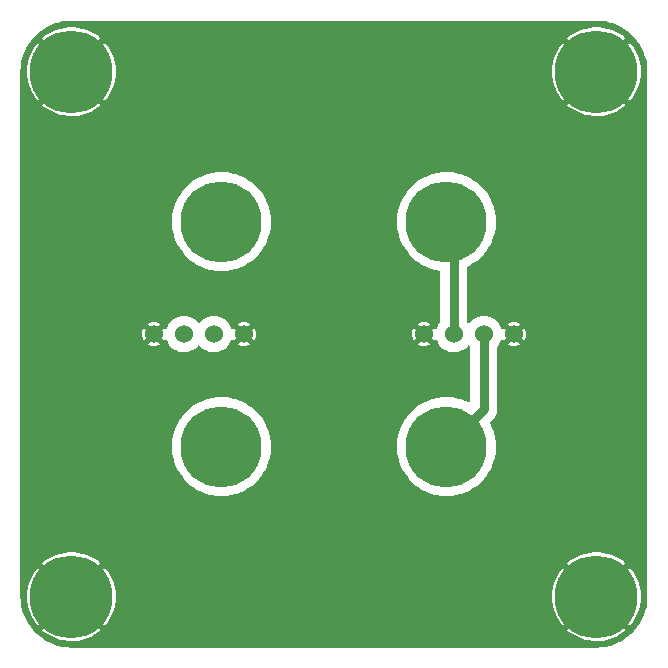
<source format=gbr>
%TF.GenerationSoftware,KiCad,Pcbnew,(5.99.0-12181-g5e8b23af64)*%
%TF.CreationDate,2021-09-04T21:12:43-05:00*%
%TF.ProjectId,banana-base-board,62616e61-6e61-42d6-9261-73652d626f61,rev?*%
%TF.SameCoordinates,Original*%
%TF.FileFunction,Copper,L3,Inr*%
%TF.FilePolarity,Positive*%
%FSLAX46Y46*%
G04 Gerber Fmt 4.6, Leading zero omitted, Abs format (unit mm)*
G04 Created by KiCad (PCBNEW (5.99.0-12181-g5e8b23af64)) date 2021-09-04 21:12:43*
%MOMM*%
%LPD*%
G01*
G04 APERTURE LIST*
%TA.AperFunction,ComponentPad*%
%ADD10C,6.858000*%
%TD*%
%TA.AperFunction,ComponentPad*%
%ADD11C,1.524000*%
%TD*%
%TA.AperFunction,ComponentPad*%
%ADD12C,7.000000*%
%TD*%
%TA.AperFunction,ViaPad*%
%ADD13C,0.800000*%
%TD*%
%TA.AperFunction,Conductor*%
%ADD14C,0.762000*%
%TD*%
G04 APERTURE END LIST*
D10*
%TO.N,Net-(H4-Pad1)*%
%TO.C,H4*%
X146050000Y-88900000D03*
%TD*%
%TO.N,Net-(H3-Pad1)*%
%TO.C,H3*%
X127000000Y-88900000D03*
%TD*%
D11*
%TO.N,Net-(H6-Pad1)*%
%TO.C,REF\u002A\u002A*%
X144145000Y-79375000D03*
X151765000Y-79375000D03*
%TO.N,Net-(H2-Pad1)*%
X146685000Y-79375000D03*
%TO.N,Net-(H4-Pad1)*%
X149225000Y-79375000D03*
%TD*%
D12*
%TO.N,Net-(H6-Pad1)*%
%TO.C,H8*%
X158750000Y-101600000D03*
%TD*%
D10*
%TO.N,Net-(H2-Pad1)*%
%TO.C,H2*%
X146050000Y-69850000D03*
%TD*%
D12*
%TO.N,Net-(H6-Pad1)*%
%TO.C,H7*%
X158750000Y-57150000D03*
%TD*%
%TO.N,Net-(H6-Pad1)*%
%TO.C,H9*%
X114300000Y-57150000D03*
%TD*%
D10*
%TO.N,Net-(H1-Pad1)*%
%TO.C,H1*%
X127000000Y-69850000D03*
%TD*%
D12*
%TO.N,Net-(H6-Pad1)*%
%TO.C,H6*%
X114300000Y-101600000D03*
%TD*%
D11*
%TO.N,Net-(H6-Pad1)*%
%TO.C,REF\u002A\u002A*%
X128905000Y-79375000D03*
X121285000Y-79375000D03*
%TO.N,Net-(H3-Pad1)*%
X123825000Y-79375000D03*
%TO.N,Net-(H1-Pad1)*%
X126365000Y-79375000D03*
%TD*%
D13*
%TO.N,Net-(H6-Pad1)*%
X146050000Y-99695000D03*
X119380000Y-99695000D03*
X127000000Y-55245000D03*
X158750000Y-64135000D03*
X160655000Y-77470000D03*
X112395000Y-73660000D03*
X132715000Y-101600000D03*
X130810000Y-99695000D03*
X151765000Y-57150000D03*
X149860000Y-103505000D03*
X112395000Y-88900000D03*
X114300000Y-67945000D03*
X125095000Y-101600000D03*
X112395000Y-85090000D03*
X160655000Y-69850000D03*
X156845000Y-66040000D03*
X114300000Y-79375000D03*
X158750000Y-67945000D03*
X156845000Y-96520000D03*
X112395000Y-92710000D03*
X134620000Y-55245000D03*
X142240000Y-103505000D03*
X160655000Y-66040000D03*
X147955000Y-101600000D03*
X136525000Y-101600000D03*
X127000000Y-59055000D03*
X119380000Y-55245000D03*
X114300000Y-71755000D03*
X121285000Y-57150000D03*
X125095000Y-57150000D03*
X158750000Y-83185000D03*
X156845000Y-69850000D03*
X114300000Y-86995000D03*
X116205000Y-85090000D03*
X160655000Y-85090000D03*
X156845000Y-81280000D03*
X123190000Y-59055000D03*
X138430000Y-59055000D03*
X160655000Y-81280000D03*
X160655000Y-88900000D03*
X158750000Y-90805000D03*
X114300000Y-75565000D03*
X144145000Y-101600000D03*
X158750000Y-71755000D03*
X116205000Y-96520000D03*
X160655000Y-62230000D03*
X146050000Y-103505000D03*
X160655000Y-73660000D03*
X116205000Y-73660000D03*
X140335000Y-101600000D03*
X123190000Y-99695000D03*
X156845000Y-77470000D03*
X132715000Y-57150000D03*
X146050000Y-55245000D03*
X116205000Y-66040000D03*
X153670000Y-99695000D03*
X151765000Y-101600000D03*
X158750000Y-86995000D03*
X123190000Y-103505000D03*
X128905000Y-57150000D03*
X116205000Y-81280000D03*
X112395000Y-62230000D03*
X116205000Y-92710000D03*
X114300000Y-83185000D03*
X136525000Y-57150000D03*
X112395000Y-66040000D03*
X119380000Y-59055000D03*
X156845000Y-62230000D03*
X158750000Y-75565000D03*
X121285000Y-101600000D03*
X138430000Y-103505000D03*
X138430000Y-99695000D03*
X112395000Y-69850000D03*
X147955000Y-57150000D03*
X149860000Y-99695000D03*
X156845000Y-85090000D03*
X149860000Y-59055000D03*
X134620000Y-103505000D03*
X134620000Y-59055000D03*
X158750000Y-94615000D03*
X158750000Y-79375000D03*
X128905000Y-101600000D03*
X156845000Y-92710000D03*
X130810000Y-55245000D03*
X138430000Y-55245000D03*
X116205000Y-77470000D03*
X142240000Y-59055000D03*
X127000000Y-99695000D03*
X123190000Y-55245000D03*
X130810000Y-59055000D03*
X156845000Y-73660000D03*
X160655000Y-96520000D03*
X127000000Y-103505000D03*
X119380000Y-103505000D03*
X149860000Y-55245000D03*
X153670000Y-55245000D03*
X146050000Y-59055000D03*
X142240000Y-99695000D03*
X153670000Y-59055000D03*
X114300000Y-64135000D03*
X112395000Y-81280000D03*
X140335000Y-57150000D03*
X134620000Y-99695000D03*
X114300000Y-94615000D03*
X142240000Y-55245000D03*
X130810000Y-103505000D03*
X116205000Y-62230000D03*
X116205000Y-88900000D03*
X153670000Y-103505000D03*
X116205000Y-69850000D03*
X112395000Y-77470000D03*
X112395000Y-96520000D03*
X144145000Y-57150000D03*
X160655000Y-92710000D03*
X156845000Y-88900000D03*
X114300000Y-90805000D03*
%TD*%
D14*
%TO.N,Net-(H2-Pad1)*%
X146685000Y-70485000D02*
X146050000Y-69850000D01*
X146685000Y-79375000D02*
X146685000Y-70485000D01*
%TO.N,Net-(H4-Pad1)*%
X149225000Y-79375000D02*
X149225000Y-85725000D01*
X149225000Y-85725000D02*
X146050000Y-88900000D01*
%TD*%
%TA.AperFunction,Conductor*%
%TO.N,Net-(H6-Pad1)*%
G36*
X158709570Y-52832992D02*
G01*
X158739293Y-52836747D01*
X158766589Y-52834071D01*
X158784690Y-52833604D01*
X159142596Y-52850151D01*
X159154185Y-52851225D01*
X159537666Y-52904718D01*
X159549106Y-52906857D01*
X159926015Y-52995505D01*
X159937191Y-52998685D01*
X160120759Y-53060211D01*
X160304317Y-53121734D01*
X160315169Y-53125938D01*
X160669373Y-53282334D01*
X160679791Y-53287522D01*
X161018039Y-53475925D01*
X161027933Y-53482050D01*
X161069048Y-53510215D01*
X161347370Y-53700870D01*
X161356658Y-53707884D01*
X161654542Y-53955244D01*
X161663142Y-53963085D01*
X161936915Y-54236858D01*
X161944756Y-54245458D01*
X162192116Y-54543342D01*
X162199130Y-54552630D01*
X162417949Y-54872066D01*
X162424074Y-54881959D01*
X162483514Y-54988675D01*
X162612478Y-55220209D01*
X162617666Y-55230627D01*
X162774062Y-55584831D01*
X162778266Y-55595683D01*
X162901312Y-55962800D01*
X162904495Y-55973985D01*
X162916016Y-56022970D01*
X162993143Y-56350894D01*
X162995282Y-56362334D01*
X163048775Y-56745815D01*
X163049849Y-56757404D01*
X163065865Y-57103814D01*
X163065005Y-57125425D01*
X163063253Y-57139293D01*
X163065242Y-57159580D01*
X163067399Y-57181577D01*
X163068000Y-57193872D01*
X163068000Y-101543792D01*
X163067008Y-101559570D01*
X163063253Y-101589293D01*
X163065929Y-101616589D01*
X163066396Y-101634690D01*
X163051189Y-101963605D01*
X163049849Y-101992596D01*
X163048775Y-102004185D01*
X162995282Y-102387666D01*
X162993143Y-102399106D01*
X162911560Y-102745978D01*
X162904497Y-102776006D01*
X162901312Y-102787200D01*
X162778266Y-103154317D01*
X162774062Y-103165169D01*
X162617666Y-103519373D01*
X162612478Y-103529791D01*
X162441163Y-103837361D01*
X162424075Y-103868039D01*
X162417949Y-103877934D01*
X162199130Y-104197370D01*
X162192116Y-104206658D01*
X161944756Y-104504542D01*
X161936915Y-104513142D01*
X161663142Y-104786915D01*
X161654542Y-104794756D01*
X161356658Y-105042116D01*
X161347370Y-105049130D01*
X161027934Y-105267949D01*
X161018041Y-105274074D01*
X160911325Y-105333514D01*
X160679791Y-105462478D01*
X160669373Y-105467666D01*
X160315169Y-105624062D01*
X160304317Y-105628266D01*
X160120759Y-105689789D01*
X159937191Y-105751315D01*
X159926015Y-105754495D01*
X159559099Y-105840793D01*
X159549106Y-105843143D01*
X159537666Y-105845282D01*
X159154185Y-105898775D01*
X159142596Y-105899849D01*
X158796184Y-105915865D01*
X158774575Y-105915005D01*
X158760707Y-105913253D01*
X158718423Y-105917399D01*
X158706128Y-105918000D01*
X114356208Y-105918000D01*
X114340430Y-105917008D01*
X114310707Y-105913253D01*
X114283411Y-105915929D01*
X114265310Y-105916396D01*
X113907404Y-105899849D01*
X113895815Y-105898775D01*
X113512334Y-105845282D01*
X113500894Y-105843143D01*
X113490900Y-105840793D01*
X113123985Y-105754495D01*
X113112809Y-105751315D01*
X112929241Y-105689789D01*
X112745683Y-105628266D01*
X112734831Y-105624062D01*
X112380627Y-105467666D01*
X112370209Y-105462478D01*
X112138675Y-105333514D01*
X112031959Y-105274074D01*
X112022066Y-105267949D01*
X111702630Y-105049130D01*
X111693342Y-105042116D01*
X111395458Y-104794756D01*
X111386858Y-104786915D01*
X111113085Y-104513142D01*
X111105244Y-104504542D01*
X111042409Y-104428873D01*
X111836536Y-104428873D01*
X111843147Y-104438393D01*
X111983430Y-104559909D01*
X111988441Y-104563824D01*
X112294410Y-104778862D01*
X112299787Y-104782248D01*
X112625920Y-104965266D01*
X112631613Y-104968092D01*
X112974562Y-105117210D01*
X112980536Y-105119455D01*
X113336780Y-105233148D01*
X113342948Y-105234777D01*
X113708871Y-105311890D01*
X113715155Y-105312885D01*
X114087008Y-105352624D01*
X114093370Y-105352980D01*
X114467327Y-105354938D01*
X114473677Y-105354650D01*
X114845935Y-105318806D01*
X114852224Y-105317877D01*
X115218938Y-105244599D01*
X115225111Y-105243037D01*
X115582552Y-105133075D01*
X115588528Y-105130900D01*
X115933011Y-104985384D01*
X115938765Y-104982603D01*
X116266761Y-104803030D01*
X116272207Y-104799680D01*
X116580394Y-104587869D01*
X116585447Y-104584006D01*
X116755255Y-104439997D01*
X116762573Y-104428873D01*
X156286536Y-104428873D01*
X156293147Y-104438393D01*
X156433430Y-104559909D01*
X156438441Y-104563824D01*
X156744410Y-104778862D01*
X156749787Y-104782248D01*
X157075920Y-104965266D01*
X157081613Y-104968092D01*
X157424562Y-105117210D01*
X157430536Y-105119455D01*
X157786780Y-105233148D01*
X157792948Y-105234777D01*
X158158871Y-105311890D01*
X158165155Y-105312885D01*
X158537008Y-105352624D01*
X158543370Y-105352980D01*
X158917327Y-105354938D01*
X158923677Y-105354650D01*
X159295935Y-105318806D01*
X159302224Y-105317877D01*
X159668938Y-105244599D01*
X159675111Y-105243037D01*
X160032552Y-105133075D01*
X160038528Y-105130900D01*
X160383011Y-104985384D01*
X160388765Y-104982603D01*
X160716761Y-104803030D01*
X160722207Y-104799680D01*
X161030394Y-104587869D01*
X161035447Y-104584006D01*
X161205255Y-104439997D01*
X161213691Y-104427174D01*
X161207638Y-104416848D01*
X158762812Y-101972022D01*
X158748868Y-101964408D01*
X158747035Y-101964539D01*
X158740420Y-101968790D01*
X156293994Y-104415216D01*
X156286536Y-104428873D01*
X116762573Y-104428873D01*
X116763691Y-104427174D01*
X116757638Y-104416848D01*
X114312812Y-101972022D01*
X114298868Y-101964408D01*
X114297035Y-101964539D01*
X114290420Y-101968790D01*
X111843994Y-104415216D01*
X111836536Y-104428873D01*
X111042409Y-104428873D01*
X110857884Y-104206658D01*
X110850870Y-104197370D01*
X110632051Y-103877934D01*
X110625925Y-103868039D01*
X110608838Y-103837361D01*
X110437522Y-103529791D01*
X110432334Y-103519373D01*
X110275938Y-103165169D01*
X110271734Y-103154317D01*
X110148688Y-102787200D01*
X110145503Y-102776006D01*
X110138441Y-102745978D01*
X110056857Y-102399106D01*
X110054718Y-102387666D01*
X110001225Y-102004185D01*
X110000151Y-101992596D01*
X109984135Y-101646186D01*
X109984995Y-101624573D01*
X109984999Y-101624541D01*
X109986747Y-101610707D01*
X109984723Y-101590060D01*
X110541349Y-101590060D01*
X110558964Y-101963605D01*
X110559587Y-101969956D01*
X110614863Y-102339811D01*
X110616119Y-102346043D01*
X110708490Y-102708428D01*
X110710372Y-102714506D01*
X110838890Y-103065701D01*
X110841376Y-103071556D01*
X111004722Y-103407954D01*
X111007796Y-103413545D01*
X111204298Y-103731710D01*
X111207917Y-103736956D01*
X111435566Y-104033633D01*
X111439704Y-104038495D01*
X111457646Y-104057534D01*
X111471357Y-104065557D01*
X111472197Y-104065522D01*
X111480319Y-104060471D01*
X113927978Y-101612812D01*
X113934356Y-101601132D01*
X114664408Y-101601132D01*
X114664539Y-101602965D01*
X114668790Y-101609580D01*
X117118319Y-104059109D01*
X117132263Y-104066723D01*
X117133455Y-104066638D01*
X117139372Y-104062755D01*
X117369541Y-103769212D01*
X117373208Y-103764013D01*
X117573030Y-103447924D01*
X117576164Y-103442364D01*
X117743026Y-103107690D01*
X117745571Y-103101864D01*
X117877763Y-102752030D01*
X117879706Y-102745978D01*
X117975864Y-102384588D01*
X117977190Y-102378353D01*
X118036334Y-102009102D01*
X118037023Y-102002766D01*
X118058634Y-101627936D01*
X118058738Y-101624541D01*
X118058818Y-101601696D01*
X118058739Y-101598317D01*
X118058321Y-101590060D01*
X154991349Y-101590060D01*
X155008964Y-101963605D01*
X155009587Y-101969956D01*
X155064863Y-102339811D01*
X155066119Y-102346043D01*
X155158490Y-102708428D01*
X155160372Y-102714506D01*
X155288890Y-103065701D01*
X155291376Y-103071556D01*
X155454722Y-103407954D01*
X155457796Y-103413545D01*
X155654298Y-103731710D01*
X155657917Y-103736956D01*
X155885566Y-104033633D01*
X155889704Y-104038495D01*
X155907646Y-104057534D01*
X155921357Y-104065557D01*
X155922197Y-104065522D01*
X155930319Y-104060471D01*
X158377978Y-101612812D01*
X158384356Y-101601132D01*
X159114408Y-101601132D01*
X159114539Y-101602965D01*
X159118790Y-101609580D01*
X161568319Y-104059109D01*
X161582263Y-104066723D01*
X161583455Y-104066638D01*
X161589372Y-104062755D01*
X161819541Y-103769212D01*
X161823208Y-103764013D01*
X162023030Y-103447924D01*
X162026164Y-103442364D01*
X162193026Y-103107690D01*
X162195571Y-103101864D01*
X162327763Y-102752030D01*
X162329706Y-102745978D01*
X162425864Y-102384588D01*
X162427190Y-102378353D01*
X162486334Y-102009102D01*
X162487023Y-102002766D01*
X162508634Y-101627936D01*
X162508738Y-101624541D01*
X162508818Y-101601696D01*
X162508739Y-101598317D01*
X162489742Y-101223320D01*
X162489099Y-101217000D01*
X162432534Y-100847343D01*
X162431252Y-100841094D01*
X162337618Y-100479039D01*
X162335716Y-100472970D01*
X162205972Y-100122228D01*
X162203469Y-100116386D01*
X162038943Y-99780545D01*
X162035855Y-99774977D01*
X161838242Y-99457497D01*
X161834604Y-99452264D01*
X161605919Y-99156379D01*
X161601773Y-99151542D01*
X161592767Y-99142052D01*
X161579032Y-99134078D01*
X161578074Y-99134122D01*
X161570126Y-99139084D01*
X159122022Y-101587188D01*
X159114408Y-101601132D01*
X158384356Y-101601132D01*
X158385592Y-101598868D01*
X158385461Y-101597035D01*
X158381210Y-101590420D01*
X155932113Y-99141323D01*
X155918169Y-99133709D01*
X155917097Y-99133785D01*
X155909441Y-99138829D01*
X155906785Y-99141609D01*
X155902638Y-99146413D01*
X155672911Y-99441510D01*
X155669253Y-99446735D01*
X155470537Y-99763516D01*
X155467426Y-99769082D01*
X155301735Y-100104333D01*
X155299207Y-100110173D01*
X155168236Y-100460471D01*
X155166318Y-100466518D01*
X155071418Y-100828256D01*
X155070118Y-100834479D01*
X155012258Y-101203958D01*
X155011595Y-101210265D01*
X154991371Y-101583704D01*
X154991349Y-101590060D01*
X118058321Y-101590060D01*
X118039742Y-101223320D01*
X118039099Y-101217000D01*
X117982534Y-100847343D01*
X117981252Y-100841094D01*
X117887618Y-100479039D01*
X117885716Y-100472970D01*
X117755972Y-100122228D01*
X117753469Y-100116386D01*
X117588943Y-99780545D01*
X117585855Y-99774977D01*
X117388242Y-99457497D01*
X117384604Y-99452264D01*
X117155919Y-99156379D01*
X117151773Y-99151542D01*
X117142767Y-99142052D01*
X117129032Y-99134078D01*
X117128074Y-99134122D01*
X117120126Y-99139084D01*
X114672022Y-101587188D01*
X114664408Y-101601132D01*
X113934356Y-101601132D01*
X113935592Y-101598868D01*
X113935461Y-101597035D01*
X113931210Y-101590420D01*
X111482113Y-99141323D01*
X111468169Y-99133709D01*
X111467097Y-99133785D01*
X111459441Y-99138829D01*
X111456785Y-99141609D01*
X111452638Y-99146413D01*
X111222911Y-99441510D01*
X111219253Y-99446735D01*
X111020537Y-99763516D01*
X111017426Y-99769082D01*
X110851735Y-100104333D01*
X110849207Y-100110173D01*
X110718236Y-100460471D01*
X110716318Y-100466518D01*
X110621418Y-100828256D01*
X110620118Y-100834479D01*
X110562258Y-101203958D01*
X110561595Y-101210265D01*
X110541371Y-101583704D01*
X110541349Y-101590060D01*
X109984723Y-101590060D01*
X109982601Y-101568422D01*
X109982000Y-101556128D01*
X109982000Y-98772983D01*
X111836392Y-98772983D01*
X111842400Y-98783190D01*
X114287188Y-101227978D01*
X114301132Y-101235592D01*
X114302965Y-101235461D01*
X114309580Y-101231210D01*
X116756058Y-98784732D01*
X116762474Y-98772983D01*
X156286392Y-98772983D01*
X156292400Y-98783190D01*
X158737188Y-101227978D01*
X158751132Y-101235592D01*
X158752965Y-101235461D01*
X158759580Y-101231210D01*
X161206058Y-98784732D01*
X161213483Y-98771135D01*
X161206783Y-98761524D01*
X161056225Y-98632023D01*
X161051196Y-98628123D01*
X160744486Y-98414159D01*
X160739088Y-98410786D01*
X160412328Y-98228914D01*
X160406618Y-98226104D01*
X160063155Y-98078185D01*
X160057173Y-98075961D01*
X159700525Y-97963511D01*
X159694366Y-97961906D01*
X159328163Y-97886068D01*
X159321885Y-97885096D01*
X158949878Y-97846653D01*
X158943547Y-97846321D01*
X158569559Y-97845670D01*
X158563218Y-97845980D01*
X158191096Y-97883122D01*
X158184803Y-97884074D01*
X157818343Y-97958630D01*
X157812170Y-97960215D01*
X157455127Y-98071423D01*
X157449157Y-98073619D01*
X157105172Y-98220340D01*
X157099445Y-98223134D01*
X156772060Y-98403860D01*
X156766642Y-98407220D01*
X156459200Y-98620104D01*
X156454141Y-98624000D01*
X156294822Y-98760070D01*
X156286392Y-98772983D01*
X116762474Y-98772983D01*
X116763483Y-98771135D01*
X116756783Y-98761524D01*
X116606225Y-98632023D01*
X116601196Y-98628123D01*
X116294486Y-98414159D01*
X116289088Y-98410786D01*
X115962328Y-98228914D01*
X115956618Y-98226104D01*
X115613155Y-98078185D01*
X115607173Y-98075961D01*
X115250525Y-97963511D01*
X115244366Y-97961906D01*
X114878163Y-97886068D01*
X114871885Y-97885096D01*
X114499878Y-97846653D01*
X114493547Y-97846321D01*
X114119559Y-97845670D01*
X114113218Y-97845980D01*
X113741096Y-97883122D01*
X113734803Y-97884074D01*
X113368343Y-97958630D01*
X113362170Y-97960215D01*
X113005127Y-98071423D01*
X112999157Y-98073619D01*
X112655172Y-98220340D01*
X112649445Y-98223134D01*
X112322060Y-98403860D01*
X112316642Y-98407220D01*
X112009200Y-98620104D01*
X112004141Y-98624000D01*
X111844822Y-98760070D01*
X111836392Y-98772983D01*
X109982000Y-98772983D01*
X109982000Y-88841407D01*
X122803854Y-88841407D01*
X122818163Y-89251159D01*
X122818569Y-89254203D01*
X122818570Y-89254213D01*
X122841487Y-89425968D01*
X122872388Y-89657559D01*
X122966012Y-90056727D01*
X123098142Y-90444855D01*
X123267515Y-90818237D01*
X123472516Y-91173308D01*
X123711187Y-91506681D01*
X123713214Y-91508996D01*
X123713216Y-91508999D01*
X123831698Y-91644339D01*
X123981251Y-91815172D01*
X123983499Y-91817283D01*
X124277874Y-92093720D01*
X124277881Y-92093726D01*
X124280129Y-92095837D01*
X124282579Y-92097724D01*
X124282584Y-92097728D01*
X124426697Y-92208710D01*
X124604969Y-92345998D01*
X124952670Y-92563266D01*
X125319913Y-92745567D01*
X125703193Y-92891161D01*
X126098851Y-92998659D01*
X126296668Y-93032117D01*
X126500087Y-93066523D01*
X126500096Y-93066524D01*
X126503111Y-93067034D01*
X126683829Y-93079671D01*
X126909049Y-93095421D01*
X126909056Y-93095421D01*
X126912114Y-93095635D01*
X127176165Y-93088259D01*
X127318882Y-93084273D01*
X127318885Y-93084273D01*
X127321956Y-93084187D01*
X127325009Y-93083801D01*
X127325013Y-93083801D01*
X127472424Y-93065178D01*
X127728724Y-93032800D01*
X127731728Y-93032118D01*
X127731731Y-93032117D01*
X128125541Y-92942646D01*
X128125547Y-92942644D01*
X128128537Y-92941965D01*
X128281259Y-92891161D01*
X128514653Y-92813521D01*
X128514659Y-92813519D01*
X128517577Y-92812548D01*
X128665559Y-92746662D01*
X128889318Y-92647038D01*
X128889320Y-92647037D01*
X128892132Y-92645785D01*
X129248627Y-92443269D01*
X129583657Y-92206930D01*
X129894026Y-91939027D01*
X129896147Y-91936799D01*
X129896153Y-91936794D01*
X130174654Y-91644339D01*
X130176771Y-91642116D01*
X130429194Y-91319030D01*
X130430850Y-91316420D01*
X130430856Y-91316412D01*
X130647229Y-90975461D01*
X130647233Y-90975454D01*
X130648883Y-90972854D01*
X130833744Y-90606893D01*
X130834851Y-90604039D01*
X130834855Y-90604030D01*
X130980895Y-90227515D01*
X130980898Y-90227506D01*
X130982010Y-90224639D01*
X131092268Y-89829740D01*
X131163464Y-89425968D01*
X131194919Y-89017175D01*
X131196555Y-88900000D01*
X131193841Y-88844496D01*
X131176677Y-88493558D01*
X131176527Y-88490488D01*
X131116632Y-88084885D01*
X131017444Y-87687062D01*
X130879908Y-87300817D01*
X130705338Y-86929837D01*
X130674613Y-86878294D01*
X130496980Y-86580313D01*
X130495400Y-86577662D01*
X130252097Y-86247654D01*
X130250041Y-86245371D01*
X130250034Y-86245362D01*
X129979822Y-85945261D01*
X129979814Y-85945253D01*
X129977753Y-85942964D01*
X129674985Y-85666499D01*
X129346684Y-85420898D01*
X129290571Y-85386915D01*
X128998611Y-85210097D01*
X128998602Y-85210092D01*
X128995983Y-85208506D01*
X128626230Y-85031351D01*
X128609985Y-85025438D01*
X128243851Y-84892176D01*
X128243850Y-84892176D01*
X128240955Y-84891122D01*
X128027192Y-84836237D01*
X127846819Y-84789925D01*
X127846816Y-84789924D01*
X127843835Y-84789159D01*
X127438659Y-84726434D01*
X127435602Y-84726263D01*
X127435601Y-84726263D01*
X127404136Y-84724504D01*
X127029297Y-84703547D01*
X127026219Y-84703676D01*
X127026215Y-84703676D01*
X126760179Y-84714826D01*
X126619655Y-84720716D01*
X126213644Y-84777778D01*
X125815139Y-84874186D01*
X125427943Y-85009022D01*
X125425145Y-85010315D01*
X125058550Y-85179705D01*
X125058540Y-85179710D01*
X125055753Y-85180998D01*
X124702121Y-85388473D01*
X124659690Y-85419301D01*
X124372904Y-85627662D01*
X124372898Y-85627667D01*
X124370423Y-85629465D01*
X124368137Y-85631494D01*
X124368134Y-85631497D01*
X124326371Y-85668576D01*
X124063824Y-85901676D01*
X124061745Y-85903921D01*
X124061738Y-85903928D01*
X123790233Y-86197127D01*
X123785252Y-86202506D01*
X123537366Y-86529085D01*
X123535755Y-86531703D01*
X123535752Y-86531708D01*
X123517780Y-86560921D01*
X123322531Y-86878294D01*
X123142798Y-87246801D01*
X123141727Y-87249682D01*
X123141724Y-87249688D01*
X123052641Y-87489225D01*
X122999883Y-87631088D01*
X122895150Y-88027487D01*
X122829598Y-88432214D01*
X122829404Y-88435294D01*
X122829404Y-88435296D01*
X122825739Y-88493558D01*
X122803854Y-88841407D01*
X109982000Y-88841407D01*
X109982000Y-80250011D01*
X120774819Y-80250011D01*
X120779729Y-80256569D01*
X120870899Y-80307524D01*
X120882138Y-80312433D01*
X121059914Y-80370196D01*
X121071888Y-80372829D01*
X121257508Y-80394963D01*
X121269757Y-80395220D01*
X121456138Y-80380879D01*
X121468218Y-80378748D01*
X121648244Y-80328484D01*
X121659695Y-80324042D01*
X121786461Y-80260009D01*
X121796747Y-80250362D01*
X121794509Y-80243719D01*
X121297812Y-79747022D01*
X121283868Y-79739408D01*
X121282035Y-79739539D01*
X121275420Y-79743790D01*
X120781579Y-80237631D01*
X120774819Y-80250011D01*
X109982000Y-80250011D01*
X109982000Y-79366890D01*
X120264700Y-79366890D01*
X120280340Y-79553154D01*
X120282555Y-79565219D01*
X120334077Y-79744900D01*
X120338592Y-79756304D01*
X120400206Y-79876192D01*
X120409923Y-79886410D01*
X120416724Y-79884066D01*
X120912978Y-79387812D01*
X120919356Y-79376132D01*
X121649408Y-79376132D01*
X121649539Y-79377965D01*
X121653790Y-79384580D01*
X122147529Y-79878319D01*
X122159909Y-79885079D01*
X122172345Y-79875769D01*
X122216111Y-79833451D01*
X122285729Y-79819528D01*
X122351823Y-79845453D01*
X122391038Y-79896820D01*
X122462460Y-80069249D01*
X122587840Y-80273849D01*
X122591054Y-80277612D01*
X122591058Y-80277617D01*
X122681500Y-80383512D01*
X122743682Y-80456318D01*
X122926151Y-80612160D01*
X123130751Y-80737540D01*
X123135321Y-80739433D01*
X123135323Y-80739434D01*
X123347874Y-80827475D01*
X123352447Y-80829369D01*
X123434037Y-80848957D01*
X123580965Y-80884232D01*
X123580971Y-80884233D01*
X123585778Y-80885387D01*
X123825000Y-80904214D01*
X124064222Y-80885387D01*
X124069029Y-80884233D01*
X124069035Y-80884232D01*
X124215963Y-80848957D01*
X124297553Y-80829369D01*
X124302126Y-80827475D01*
X124514677Y-80739434D01*
X124514679Y-80739433D01*
X124519249Y-80737540D01*
X124723849Y-80612160D01*
X124906318Y-80456318D01*
X124999191Y-80347577D01*
X125058639Y-80308770D01*
X125129634Y-80308262D01*
X125190809Y-80347577D01*
X125283682Y-80456318D01*
X125466151Y-80612160D01*
X125670751Y-80737540D01*
X125675321Y-80739433D01*
X125675323Y-80739434D01*
X125887874Y-80827475D01*
X125892447Y-80829369D01*
X125974037Y-80848957D01*
X126120965Y-80884232D01*
X126120971Y-80884233D01*
X126125778Y-80885387D01*
X126365000Y-80904214D01*
X126604222Y-80885387D01*
X126609029Y-80884233D01*
X126609035Y-80884232D01*
X126755963Y-80848957D01*
X126837553Y-80829369D01*
X126842126Y-80827475D01*
X127054677Y-80739434D01*
X127054679Y-80739433D01*
X127059249Y-80737540D01*
X127263849Y-80612160D01*
X127446318Y-80456318D01*
X127508500Y-80383512D01*
X127598942Y-80277617D01*
X127598946Y-80277612D01*
X127602160Y-80273849D01*
X127616768Y-80250011D01*
X128394819Y-80250011D01*
X128399729Y-80256569D01*
X128490899Y-80307524D01*
X128502138Y-80312433D01*
X128679914Y-80370196D01*
X128691888Y-80372829D01*
X128877508Y-80394963D01*
X128889757Y-80395220D01*
X129076138Y-80380879D01*
X129088218Y-80378748D01*
X129268244Y-80328484D01*
X129279695Y-80324042D01*
X129406461Y-80260009D01*
X129416747Y-80250362D01*
X129416629Y-80250011D01*
X143634819Y-80250011D01*
X143639729Y-80256569D01*
X143730899Y-80307524D01*
X143742138Y-80312433D01*
X143919914Y-80370196D01*
X143931888Y-80372829D01*
X144117508Y-80394963D01*
X144129757Y-80395220D01*
X144316138Y-80380879D01*
X144328218Y-80378748D01*
X144508244Y-80328484D01*
X144519695Y-80324042D01*
X144646461Y-80260009D01*
X144656747Y-80250362D01*
X144654509Y-80243719D01*
X144157812Y-79747022D01*
X144143868Y-79739408D01*
X144142035Y-79739539D01*
X144135420Y-79743790D01*
X143641579Y-80237631D01*
X143634819Y-80250011D01*
X129416629Y-80250011D01*
X129414509Y-80243719D01*
X128917812Y-79747022D01*
X128903868Y-79739408D01*
X128902035Y-79739539D01*
X128895420Y-79743790D01*
X128401579Y-80237631D01*
X128394819Y-80250011D01*
X127616768Y-80250011D01*
X127727540Y-80069249D01*
X127798315Y-79898382D01*
X127842863Y-79843101D01*
X127910226Y-79820680D01*
X127979018Y-79838238D01*
X128004902Y-79865744D01*
X128007720Y-79863064D01*
X128029923Y-79886410D01*
X128036724Y-79884066D01*
X128532978Y-79387812D01*
X128539356Y-79376132D01*
X129269408Y-79376132D01*
X129269539Y-79377965D01*
X129273790Y-79384580D01*
X129767529Y-79878319D01*
X129779909Y-79885079D01*
X129786643Y-79880038D01*
X129834606Y-79795607D01*
X129839600Y-79784391D01*
X129898599Y-79607034D01*
X129901319Y-79595063D01*
X129925075Y-79407010D01*
X129925567Y-79399981D01*
X129925867Y-79378505D01*
X129925574Y-79371512D01*
X129925121Y-79366890D01*
X143124700Y-79366890D01*
X143140340Y-79553154D01*
X143142555Y-79565219D01*
X143194077Y-79744900D01*
X143198592Y-79756304D01*
X143260206Y-79876192D01*
X143269923Y-79886410D01*
X143276724Y-79884066D01*
X143772978Y-79387812D01*
X143780592Y-79373868D01*
X143780461Y-79372035D01*
X143776210Y-79365420D01*
X143282229Y-78871439D01*
X143269849Y-78864679D01*
X143263461Y-78869461D01*
X143209606Y-78967423D01*
X143204778Y-78978687D01*
X143148255Y-79156870D01*
X143145707Y-79168858D01*
X143124871Y-79354621D01*
X143124700Y-79366890D01*
X129925121Y-79366890D01*
X129907074Y-79182836D01*
X129904691Y-79170801D01*
X129850665Y-78991858D01*
X129845990Y-78980517D01*
X129789479Y-78874234D01*
X129779617Y-78864151D01*
X129772491Y-78866719D01*
X129277022Y-79362188D01*
X129269408Y-79376132D01*
X128539356Y-79376132D01*
X128540592Y-79373868D01*
X128540461Y-79372035D01*
X128536210Y-79365420D01*
X128042229Y-78871439D01*
X128029849Y-78864679D01*
X128016000Y-78875046D01*
X127975336Y-78915477D01*
X127905919Y-78930369D01*
X127839470Y-78905367D01*
X127798860Y-78852934D01*
X127729434Y-78685323D01*
X127729433Y-78685321D01*
X127727540Y-78680751D01*
X127616880Y-78500172D01*
X128393890Y-78500172D01*
X128396345Y-78507135D01*
X128892188Y-79002978D01*
X128906132Y-79010592D01*
X128907965Y-79010461D01*
X128914580Y-79006210D01*
X129408737Y-78512053D01*
X129415225Y-78500172D01*
X143633890Y-78500172D01*
X143636345Y-78507135D01*
X144132188Y-79002978D01*
X144146132Y-79010592D01*
X144147965Y-79010461D01*
X144154580Y-79006210D01*
X144648737Y-78512053D01*
X144655497Y-78499673D01*
X144650838Y-78493450D01*
X144546039Y-78436785D01*
X144534734Y-78432033D01*
X144356169Y-78376758D01*
X144344158Y-78374292D01*
X144158255Y-78354753D01*
X144145987Y-78354668D01*
X143959838Y-78371608D01*
X143947791Y-78373906D01*
X143768470Y-78426683D01*
X143757093Y-78431280D01*
X143644039Y-78490383D01*
X143633890Y-78500172D01*
X129415225Y-78500172D01*
X129415497Y-78499673D01*
X129410838Y-78493450D01*
X129306039Y-78436785D01*
X129294734Y-78432033D01*
X129116169Y-78376758D01*
X129104158Y-78374292D01*
X128918255Y-78354753D01*
X128905987Y-78354668D01*
X128719838Y-78371608D01*
X128707791Y-78373906D01*
X128528470Y-78426683D01*
X128517093Y-78431280D01*
X128404039Y-78490383D01*
X128393890Y-78500172D01*
X127616880Y-78500172D01*
X127602160Y-78476151D01*
X127446318Y-78293682D01*
X127263849Y-78137840D01*
X127059249Y-78012460D01*
X127054679Y-78010567D01*
X127054677Y-78010566D01*
X126842126Y-77922525D01*
X126842124Y-77922524D01*
X126837553Y-77920631D01*
X126755963Y-77901043D01*
X126609035Y-77865768D01*
X126609029Y-77865767D01*
X126604222Y-77864613D01*
X126365000Y-77845786D01*
X126125778Y-77864613D01*
X126120971Y-77865767D01*
X126120965Y-77865768D01*
X125974037Y-77901043D01*
X125892447Y-77920631D01*
X125887876Y-77922524D01*
X125887874Y-77922525D01*
X125675323Y-78010566D01*
X125675321Y-78010567D01*
X125670751Y-78012460D01*
X125466151Y-78137840D01*
X125283682Y-78293682D01*
X125190809Y-78402423D01*
X125131361Y-78441230D01*
X125060366Y-78441738D01*
X124999191Y-78402423D01*
X124906318Y-78293682D01*
X124723849Y-78137840D01*
X124519249Y-78012460D01*
X124514679Y-78010567D01*
X124514677Y-78010566D01*
X124302126Y-77922525D01*
X124302124Y-77922524D01*
X124297553Y-77920631D01*
X124215963Y-77901043D01*
X124069035Y-77865768D01*
X124069029Y-77865767D01*
X124064222Y-77864613D01*
X123825000Y-77845786D01*
X123585778Y-77864613D01*
X123580971Y-77865767D01*
X123580965Y-77865768D01*
X123434037Y-77901043D01*
X123352447Y-77920631D01*
X123347876Y-77922524D01*
X123347874Y-77922525D01*
X123135323Y-78010566D01*
X123135321Y-78010567D01*
X123130751Y-78012460D01*
X122926151Y-78137840D01*
X122743682Y-78293682D01*
X122587840Y-78476151D01*
X122462460Y-78680751D01*
X122460567Y-78685321D01*
X122460566Y-78685323D01*
X122391353Y-78852418D01*
X122346805Y-78907699D01*
X122279441Y-78930120D01*
X122210650Y-78912562D01*
X122184363Y-78885014D01*
X122182144Y-78887184D01*
X122159617Y-78864151D01*
X122152491Y-78866719D01*
X121657022Y-79362188D01*
X121649408Y-79376132D01*
X120919356Y-79376132D01*
X120920592Y-79373868D01*
X120920461Y-79372035D01*
X120916210Y-79365420D01*
X120422229Y-78871439D01*
X120409849Y-78864679D01*
X120403461Y-78869461D01*
X120349606Y-78967423D01*
X120344778Y-78978687D01*
X120288255Y-79156870D01*
X120285707Y-79168858D01*
X120264871Y-79354621D01*
X120264700Y-79366890D01*
X109982000Y-79366890D01*
X109982000Y-78500172D01*
X120773890Y-78500172D01*
X120776345Y-78507135D01*
X121272188Y-79002978D01*
X121286132Y-79010592D01*
X121287965Y-79010461D01*
X121294580Y-79006210D01*
X121788737Y-78512053D01*
X121795497Y-78499673D01*
X121790838Y-78493450D01*
X121686039Y-78436785D01*
X121674734Y-78432033D01*
X121496169Y-78376758D01*
X121484158Y-78374292D01*
X121298255Y-78354753D01*
X121285987Y-78354668D01*
X121099838Y-78371608D01*
X121087791Y-78373906D01*
X120908470Y-78426683D01*
X120897093Y-78431280D01*
X120784039Y-78490383D01*
X120773890Y-78500172D01*
X109982000Y-78500172D01*
X109982000Y-69791407D01*
X122803854Y-69791407D01*
X122818163Y-70201159D01*
X122818569Y-70204203D01*
X122818570Y-70204213D01*
X122841487Y-70375968D01*
X122872388Y-70607559D01*
X122966012Y-71006727D01*
X123098142Y-71394855D01*
X123267515Y-71768237D01*
X123472516Y-72123308D01*
X123711187Y-72456681D01*
X123713214Y-72458996D01*
X123713216Y-72458999D01*
X123831698Y-72594339D01*
X123981251Y-72765172D01*
X123983499Y-72767283D01*
X124277874Y-73043720D01*
X124277881Y-73043726D01*
X124280129Y-73045837D01*
X124282579Y-73047724D01*
X124282584Y-73047728D01*
X124426697Y-73158710D01*
X124604969Y-73295998D01*
X124952670Y-73513266D01*
X125319913Y-73695567D01*
X125703193Y-73841161D01*
X126098851Y-73948659D01*
X126296668Y-73982117D01*
X126500087Y-74016523D01*
X126500096Y-74016524D01*
X126503111Y-74017034D01*
X126665591Y-74028396D01*
X126909049Y-74045421D01*
X126909056Y-74045421D01*
X126912114Y-74045635D01*
X127176165Y-74038259D01*
X127318882Y-74034273D01*
X127318885Y-74034273D01*
X127321956Y-74034187D01*
X127325009Y-74033801D01*
X127325013Y-74033801D01*
X127473282Y-74015070D01*
X127728724Y-73982800D01*
X127731728Y-73982118D01*
X127731731Y-73982117D01*
X128125541Y-73892646D01*
X128125547Y-73892644D01*
X128128537Y-73891965D01*
X128281259Y-73841161D01*
X128514653Y-73763521D01*
X128514659Y-73763519D01*
X128517577Y-73762548D01*
X128665559Y-73696662D01*
X128889318Y-73597038D01*
X128889320Y-73597037D01*
X128892132Y-73595785D01*
X129248627Y-73393269D01*
X129583657Y-73156930D01*
X129894026Y-72889027D01*
X129896147Y-72886799D01*
X129896153Y-72886794D01*
X130174654Y-72594339D01*
X130176771Y-72592116D01*
X130429194Y-72269030D01*
X130430850Y-72266420D01*
X130430856Y-72266412D01*
X130647229Y-71925461D01*
X130647233Y-71925454D01*
X130648883Y-71922854D01*
X130833744Y-71556893D01*
X130834851Y-71554039D01*
X130834855Y-71554030D01*
X130980895Y-71177515D01*
X130980898Y-71177506D01*
X130982010Y-71174639D01*
X131092268Y-70779740D01*
X131163464Y-70375968D01*
X131194919Y-69967175D01*
X131196555Y-69850000D01*
X131193841Y-69794496D01*
X131193690Y-69791407D01*
X141853854Y-69791407D01*
X141868163Y-70201159D01*
X141868569Y-70204203D01*
X141868570Y-70204213D01*
X141891487Y-70375968D01*
X141922388Y-70607559D01*
X142016012Y-71006727D01*
X142148142Y-71394855D01*
X142317515Y-71768237D01*
X142522516Y-72123308D01*
X142761187Y-72456681D01*
X142763214Y-72458996D01*
X142763216Y-72458999D01*
X142881698Y-72594339D01*
X143031251Y-72765172D01*
X143033499Y-72767283D01*
X143327874Y-73043720D01*
X143327881Y-73043726D01*
X143330129Y-73045837D01*
X143332579Y-73047724D01*
X143332584Y-73047728D01*
X143476697Y-73158710D01*
X143654969Y-73295998D01*
X144002670Y-73513266D01*
X144369913Y-73695567D01*
X144753193Y-73841161D01*
X145148851Y-73948659D01*
X145350707Y-73982800D01*
X145436513Y-73997313D01*
X145500344Y-74028396D01*
X145537238Y-74089054D01*
X145541500Y-74121549D01*
X145541500Y-78320004D01*
X145521498Y-78388125D01*
X145511312Y-78401834D01*
X145447840Y-78476151D01*
X145322460Y-78680751D01*
X145320567Y-78685321D01*
X145320566Y-78685323D01*
X145251353Y-78852418D01*
X145206805Y-78907699D01*
X145139441Y-78930120D01*
X145070650Y-78912562D01*
X145044363Y-78885014D01*
X145042144Y-78887184D01*
X145019617Y-78864151D01*
X145012491Y-78866719D01*
X144517022Y-79362188D01*
X144509408Y-79376132D01*
X144509539Y-79377965D01*
X144513790Y-79384580D01*
X145007529Y-79878319D01*
X145019909Y-79885079D01*
X145032345Y-79875769D01*
X145076111Y-79833451D01*
X145145729Y-79819528D01*
X145211823Y-79845453D01*
X145251038Y-79896820D01*
X145322460Y-80069249D01*
X145447840Y-80273849D01*
X145451054Y-80277612D01*
X145451058Y-80277617D01*
X145541500Y-80383512D01*
X145603682Y-80456318D01*
X145786151Y-80612160D01*
X145990751Y-80737540D01*
X145995321Y-80739433D01*
X145995323Y-80739434D01*
X146207874Y-80827475D01*
X146212447Y-80829369D01*
X146294037Y-80848957D01*
X146440965Y-80884232D01*
X146440971Y-80884233D01*
X146445778Y-80885387D01*
X146685000Y-80904214D01*
X146924222Y-80885387D01*
X146929029Y-80884233D01*
X146929035Y-80884232D01*
X147075963Y-80848957D01*
X147157553Y-80829369D01*
X147162126Y-80827475D01*
X147374677Y-80739434D01*
X147374679Y-80739433D01*
X147379249Y-80737540D01*
X147583849Y-80612160D01*
X147766318Y-80456318D01*
X147859190Y-80347578D01*
X147918638Y-80308771D01*
X147989633Y-80308263D01*
X148050769Y-80347531D01*
X148051270Y-80348117D01*
X148080334Y-80412893D01*
X148081500Y-80429996D01*
X148081500Y-85025438D01*
X148061498Y-85093559D01*
X148007842Y-85140052D01*
X147937568Y-85150156D01*
X147901058Y-85139069D01*
X147679021Y-85032688D01*
X147679017Y-85032686D01*
X147676230Y-85031351D01*
X147659985Y-85025438D01*
X147293851Y-84892176D01*
X147293850Y-84892176D01*
X147290955Y-84891122D01*
X147077192Y-84836237D01*
X146896819Y-84789925D01*
X146896816Y-84789924D01*
X146893835Y-84789159D01*
X146488659Y-84726434D01*
X146485602Y-84726263D01*
X146485601Y-84726263D01*
X146454136Y-84724504D01*
X146079297Y-84703547D01*
X146076219Y-84703676D01*
X146076215Y-84703676D01*
X145810179Y-84714826D01*
X145669655Y-84720716D01*
X145263644Y-84777778D01*
X144865139Y-84874186D01*
X144477943Y-85009022D01*
X144475145Y-85010315D01*
X144108550Y-85179705D01*
X144108540Y-85179710D01*
X144105753Y-85180998D01*
X143752121Y-85388473D01*
X143709690Y-85419301D01*
X143422904Y-85627662D01*
X143422898Y-85627667D01*
X143420423Y-85629465D01*
X143418137Y-85631494D01*
X143418134Y-85631497D01*
X143376371Y-85668576D01*
X143113824Y-85901676D01*
X143111745Y-85903921D01*
X143111738Y-85903928D01*
X142840233Y-86197127D01*
X142835252Y-86202506D01*
X142587366Y-86529085D01*
X142585755Y-86531703D01*
X142585752Y-86531708D01*
X142567780Y-86560921D01*
X142372531Y-86878294D01*
X142192798Y-87246801D01*
X142191727Y-87249682D01*
X142191724Y-87249688D01*
X142102641Y-87489225D01*
X142049883Y-87631088D01*
X141945150Y-88027487D01*
X141879598Y-88432214D01*
X141879404Y-88435294D01*
X141879404Y-88435296D01*
X141875739Y-88493558D01*
X141853854Y-88841407D01*
X141868163Y-89251159D01*
X141868569Y-89254203D01*
X141868570Y-89254213D01*
X141891487Y-89425968D01*
X141922388Y-89657559D01*
X142016012Y-90056727D01*
X142148142Y-90444855D01*
X142317515Y-90818237D01*
X142522516Y-91173308D01*
X142761187Y-91506681D01*
X142763214Y-91508996D01*
X142763216Y-91508999D01*
X142881698Y-91644339D01*
X143031251Y-91815172D01*
X143033499Y-91817283D01*
X143327874Y-92093720D01*
X143327881Y-92093726D01*
X143330129Y-92095837D01*
X143332579Y-92097724D01*
X143332584Y-92097728D01*
X143476697Y-92208710D01*
X143654969Y-92345998D01*
X144002670Y-92563266D01*
X144369913Y-92745567D01*
X144753193Y-92891161D01*
X145148851Y-92998659D01*
X145346668Y-93032117D01*
X145550087Y-93066523D01*
X145550096Y-93066524D01*
X145553111Y-93067034D01*
X145733829Y-93079671D01*
X145959049Y-93095421D01*
X145959056Y-93095421D01*
X145962114Y-93095635D01*
X146226165Y-93088259D01*
X146368882Y-93084273D01*
X146368885Y-93084273D01*
X146371956Y-93084187D01*
X146375009Y-93083801D01*
X146375013Y-93083801D01*
X146522424Y-93065178D01*
X146778724Y-93032800D01*
X146781728Y-93032118D01*
X146781731Y-93032117D01*
X147175541Y-92942646D01*
X147175547Y-92942644D01*
X147178537Y-92941965D01*
X147331259Y-92891161D01*
X147564653Y-92813521D01*
X147564659Y-92813519D01*
X147567577Y-92812548D01*
X147715559Y-92746662D01*
X147939318Y-92647038D01*
X147939320Y-92647037D01*
X147942132Y-92645785D01*
X148298627Y-92443269D01*
X148633657Y-92206930D01*
X148944026Y-91939027D01*
X148946147Y-91936799D01*
X148946153Y-91936794D01*
X149224654Y-91644339D01*
X149226771Y-91642116D01*
X149479194Y-91319030D01*
X149480850Y-91316420D01*
X149480856Y-91316412D01*
X149697229Y-90975461D01*
X149697233Y-90975454D01*
X149698883Y-90972854D01*
X149883744Y-90606893D01*
X149884851Y-90604039D01*
X149884855Y-90604030D01*
X150030895Y-90227515D01*
X150030898Y-90227506D01*
X150032010Y-90224639D01*
X150142268Y-89829740D01*
X150213464Y-89425968D01*
X150244919Y-89017175D01*
X150246555Y-88900000D01*
X150243841Y-88844496D01*
X150226677Y-88493558D01*
X150226527Y-88490488D01*
X150166632Y-88084885D01*
X150067444Y-87687062D01*
X149929908Y-87300817D01*
X149755338Y-86929837D01*
X149756701Y-86929195D01*
X149743739Y-86865316D01*
X149769479Y-86799150D01*
X149780185Y-86786968D01*
X150003320Y-86563834D01*
X150009338Y-86558198D01*
X150053680Y-86519311D01*
X150058019Y-86515506D01*
X150061592Y-86510974D01*
X150112782Y-86446041D01*
X150114856Y-86443480D01*
X150167730Y-86379905D01*
X150167734Y-86379899D01*
X150171426Y-86375460D01*
X150174251Y-86370415D01*
X150176354Y-86367355D01*
X150182535Y-86358105D01*
X150184552Y-86354999D01*
X150188128Y-86350463D01*
X150229308Y-86272192D01*
X150230881Y-86269295D01*
X150244284Y-86245362D01*
X150274114Y-86192096D01*
X150275967Y-86186636D01*
X150277437Y-86183336D01*
X150281900Y-86172947D01*
X150283293Y-86169584D01*
X150285982Y-86164473D01*
X150312222Y-86079970D01*
X150313215Y-86076911D01*
X150341669Y-85993088D01*
X150342498Y-85987374D01*
X150343341Y-85983862D01*
X150345833Y-85972849D01*
X150346591Y-85969282D01*
X150348304Y-85963766D01*
X150350495Y-85945261D01*
X150358703Y-85875902D01*
X150359134Y-85872631D01*
X150371825Y-85785103D01*
X150368597Y-85702946D01*
X150368500Y-85697999D01*
X150368500Y-80429996D01*
X150388502Y-80361875D01*
X150398688Y-80348166D01*
X150419292Y-80324042D01*
X150462160Y-80273849D01*
X150476768Y-80250011D01*
X151254819Y-80250011D01*
X151259729Y-80256569D01*
X151350899Y-80307524D01*
X151362138Y-80312433D01*
X151539914Y-80370196D01*
X151551888Y-80372829D01*
X151737508Y-80394963D01*
X151749757Y-80395220D01*
X151936138Y-80380879D01*
X151948218Y-80378748D01*
X152128244Y-80328484D01*
X152139695Y-80324042D01*
X152266461Y-80260009D01*
X152276747Y-80250362D01*
X152274509Y-80243719D01*
X151777812Y-79747022D01*
X151763868Y-79739408D01*
X151762035Y-79739539D01*
X151755420Y-79743790D01*
X151261579Y-80237631D01*
X151254819Y-80250011D01*
X150476768Y-80250011D01*
X150587540Y-80069249D01*
X150658315Y-79898382D01*
X150702863Y-79843101D01*
X150770226Y-79820680D01*
X150839018Y-79838238D01*
X150864902Y-79865744D01*
X150867720Y-79863064D01*
X150889923Y-79886410D01*
X150896724Y-79884066D01*
X151392978Y-79387812D01*
X151399356Y-79376132D01*
X152129408Y-79376132D01*
X152129539Y-79377965D01*
X152133790Y-79384580D01*
X152627529Y-79878319D01*
X152639909Y-79885079D01*
X152646643Y-79880038D01*
X152694606Y-79795607D01*
X152699600Y-79784391D01*
X152758599Y-79607034D01*
X152761319Y-79595063D01*
X152785075Y-79407010D01*
X152785567Y-79399981D01*
X152785867Y-79378505D01*
X152785574Y-79371512D01*
X152767074Y-79182836D01*
X152764691Y-79170801D01*
X152710665Y-78991858D01*
X152705990Y-78980517D01*
X152649479Y-78874234D01*
X152639617Y-78864151D01*
X152632491Y-78866719D01*
X152137022Y-79362188D01*
X152129408Y-79376132D01*
X151399356Y-79376132D01*
X151400592Y-79373868D01*
X151400461Y-79372035D01*
X151396210Y-79365420D01*
X150902229Y-78871439D01*
X150889849Y-78864679D01*
X150876000Y-78875046D01*
X150835336Y-78915477D01*
X150765919Y-78930369D01*
X150699470Y-78905367D01*
X150658860Y-78852934D01*
X150589434Y-78685323D01*
X150589433Y-78685321D01*
X150587540Y-78680751D01*
X150476880Y-78500172D01*
X151253890Y-78500172D01*
X151256345Y-78507135D01*
X151752188Y-79002978D01*
X151766132Y-79010592D01*
X151767965Y-79010461D01*
X151774580Y-79006210D01*
X152268737Y-78512053D01*
X152275497Y-78499673D01*
X152270838Y-78493450D01*
X152166039Y-78436785D01*
X152154734Y-78432033D01*
X151976169Y-78376758D01*
X151964158Y-78374292D01*
X151778255Y-78354753D01*
X151765987Y-78354668D01*
X151579838Y-78371608D01*
X151567791Y-78373906D01*
X151388470Y-78426683D01*
X151377093Y-78431280D01*
X151264039Y-78490383D01*
X151253890Y-78500172D01*
X150476880Y-78500172D01*
X150462160Y-78476151D01*
X150306318Y-78293682D01*
X150123849Y-78137840D01*
X149919249Y-78012460D01*
X149914679Y-78010567D01*
X149914677Y-78010566D01*
X149702126Y-77922525D01*
X149702124Y-77922524D01*
X149697553Y-77920631D01*
X149615963Y-77901043D01*
X149469035Y-77865768D01*
X149469029Y-77865767D01*
X149464222Y-77864613D01*
X149225000Y-77845786D01*
X148985778Y-77864613D01*
X148980971Y-77865767D01*
X148980965Y-77865768D01*
X148834037Y-77901043D01*
X148752447Y-77920631D01*
X148747876Y-77922524D01*
X148747874Y-77922525D01*
X148535323Y-78010566D01*
X148535321Y-78010567D01*
X148530751Y-78012460D01*
X148326151Y-78137840D01*
X148143682Y-78293682D01*
X148050811Y-78402421D01*
X147991362Y-78441229D01*
X147920367Y-78441737D01*
X147859231Y-78402469D01*
X147858730Y-78401883D01*
X147829666Y-78337107D01*
X147828500Y-78320004D01*
X147828500Y-73728203D01*
X147848502Y-73660082D01*
X147903251Y-73613096D01*
X147939318Y-73597038D01*
X147939320Y-73597037D01*
X147942132Y-73595785D01*
X148298627Y-73393269D01*
X148633657Y-73156930D01*
X148944026Y-72889027D01*
X148946147Y-72886799D01*
X148946153Y-72886794D01*
X149224654Y-72594339D01*
X149226771Y-72592116D01*
X149479194Y-72269030D01*
X149480850Y-72266420D01*
X149480856Y-72266412D01*
X149697229Y-71925461D01*
X149697233Y-71925454D01*
X149698883Y-71922854D01*
X149883744Y-71556893D01*
X149884851Y-71554039D01*
X149884855Y-71554030D01*
X150030895Y-71177515D01*
X150030898Y-71177506D01*
X150032010Y-71174639D01*
X150142268Y-70779740D01*
X150213464Y-70375968D01*
X150244919Y-69967175D01*
X150246555Y-69850000D01*
X150243841Y-69794496D01*
X150226677Y-69443558D01*
X150226527Y-69440488D01*
X150166632Y-69034885D01*
X150067444Y-68637062D01*
X149929908Y-68250817D01*
X149755338Y-67879837D01*
X149724613Y-67828294D01*
X149546980Y-67530313D01*
X149545400Y-67527662D01*
X149302097Y-67197654D01*
X149300041Y-67195371D01*
X149300034Y-67195362D01*
X149029822Y-66895261D01*
X149029814Y-66895253D01*
X149027753Y-66892964D01*
X148724985Y-66616499D01*
X148396684Y-66370898D01*
X148340571Y-66336915D01*
X148048611Y-66160097D01*
X148048602Y-66160092D01*
X148045983Y-66158506D01*
X147676230Y-65981351D01*
X147618435Y-65960315D01*
X147293851Y-65842176D01*
X147293850Y-65842176D01*
X147290955Y-65841122D01*
X147077192Y-65786237D01*
X146896819Y-65739925D01*
X146896816Y-65739924D01*
X146893835Y-65739159D01*
X146488659Y-65676434D01*
X146485602Y-65676263D01*
X146485601Y-65676263D01*
X146454136Y-65674504D01*
X146079297Y-65653547D01*
X146076219Y-65653676D01*
X146076215Y-65653676D01*
X145810179Y-65664826D01*
X145669655Y-65670716D01*
X145263644Y-65727778D01*
X144865139Y-65824186D01*
X144477943Y-65959022D01*
X144475145Y-65960315D01*
X144108550Y-66129705D01*
X144108540Y-66129710D01*
X144105753Y-66130998D01*
X143752121Y-66338473D01*
X143709690Y-66369301D01*
X143422904Y-66577662D01*
X143422898Y-66577667D01*
X143420423Y-66579465D01*
X143418137Y-66581494D01*
X143418134Y-66581497D01*
X143376371Y-66618576D01*
X143113824Y-66851676D01*
X143111745Y-66853921D01*
X143111738Y-66853928D01*
X142837338Y-67150253D01*
X142835252Y-67152506D01*
X142587366Y-67479085D01*
X142372531Y-67828294D01*
X142192798Y-68196801D01*
X142191727Y-68199682D01*
X142191724Y-68199688D01*
X142102641Y-68439225D01*
X142049883Y-68581088D01*
X141945150Y-68977487D01*
X141879598Y-69382214D01*
X141879404Y-69385294D01*
X141879404Y-69385296D01*
X141875739Y-69443558D01*
X141853854Y-69791407D01*
X131193690Y-69791407D01*
X131176677Y-69443558D01*
X131176527Y-69440488D01*
X131116632Y-69034885D01*
X131017444Y-68637062D01*
X130879908Y-68250817D01*
X130705338Y-67879837D01*
X130674613Y-67828294D01*
X130496980Y-67530313D01*
X130495400Y-67527662D01*
X130252097Y-67197654D01*
X130250041Y-67195371D01*
X130250034Y-67195362D01*
X129979822Y-66895261D01*
X129979814Y-66895253D01*
X129977753Y-66892964D01*
X129674985Y-66616499D01*
X129346684Y-66370898D01*
X129290571Y-66336915D01*
X128998611Y-66160097D01*
X128998602Y-66160092D01*
X128995983Y-66158506D01*
X128626230Y-65981351D01*
X128568435Y-65960315D01*
X128243851Y-65842176D01*
X128243850Y-65842176D01*
X128240955Y-65841122D01*
X128027192Y-65786237D01*
X127846819Y-65739925D01*
X127846816Y-65739924D01*
X127843835Y-65739159D01*
X127438659Y-65676434D01*
X127435602Y-65676263D01*
X127435601Y-65676263D01*
X127404136Y-65674504D01*
X127029297Y-65653547D01*
X127026219Y-65653676D01*
X127026215Y-65653676D01*
X126760179Y-65664826D01*
X126619655Y-65670716D01*
X126213644Y-65727778D01*
X125815139Y-65824186D01*
X125427943Y-65959022D01*
X125425145Y-65960315D01*
X125058550Y-66129705D01*
X125058540Y-66129710D01*
X125055753Y-66130998D01*
X124702121Y-66338473D01*
X124659690Y-66369301D01*
X124372904Y-66577662D01*
X124372898Y-66577667D01*
X124370423Y-66579465D01*
X124368137Y-66581494D01*
X124368134Y-66581497D01*
X124326371Y-66618576D01*
X124063824Y-66851676D01*
X124061745Y-66853921D01*
X124061738Y-66853928D01*
X123787338Y-67150253D01*
X123785252Y-67152506D01*
X123537366Y-67479085D01*
X123322531Y-67828294D01*
X123142798Y-68196801D01*
X123141727Y-68199682D01*
X123141724Y-68199688D01*
X123052641Y-68439225D01*
X122999883Y-68581088D01*
X122895150Y-68977487D01*
X122829598Y-69382214D01*
X122829404Y-69385294D01*
X122829404Y-69385296D01*
X122825739Y-69443558D01*
X122803854Y-69791407D01*
X109982000Y-69791407D01*
X109982000Y-59978873D01*
X111836536Y-59978873D01*
X111843147Y-59988393D01*
X111983430Y-60109909D01*
X111988441Y-60113824D01*
X112294410Y-60328862D01*
X112299787Y-60332248D01*
X112625920Y-60515266D01*
X112631613Y-60518092D01*
X112974562Y-60667210D01*
X112980536Y-60669455D01*
X113336780Y-60783148D01*
X113342948Y-60784777D01*
X113708871Y-60861890D01*
X113715155Y-60862885D01*
X114087008Y-60902624D01*
X114093370Y-60902980D01*
X114467327Y-60904938D01*
X114473677Y-60904650D01*
X114845935Y-60868806D01*
X114852224Y-60867877D01*
X115218938Y-60794599D01*
X115225111Y-60793037D01*
X115582552Y-60683075D01*
X115588528Y-60680900D01*
X115933011Y-60535384D01*
X115938765Y-60532603D01*
X116266761Y-60353030D01*
X116272207Y-60349680D01*
X116580394Y-60137869D01*
X116585447Y-60134006D01*
X116755255Y-59989997D01*
X116762573Y-59978873D01*
X156286536Y-59978873D01*
X156293147Y-59988393D01*
X156433430Y-60109909D01*
X156438441Y-60113824D01*
X156744410Y-60328862D01*
X156749787Y-60332248D01*
X157075920Y-60515266D01*
X157081613Y-60518092D01*
X157424562Y-60667210D01*
X157430536Y-60669455D01*
X157786780Y-60783148D01*
X157792948Y-60784777D01*
X158158871Y-60861890D01*
X158165155Y-60862885D01*
X158537008Y-60902624D01*
X158543370Y-60902980D01*
X158917327Y-60904938D01*
X158923677Y-60904650D01*
X159295935Y-60868806D01*
X159302224Y-60867877D01*
X159668938Y-60794599D01*
X159675111Y-60793037D01*
X160032552Y-60683075D01*
X160038528Y-60680900D01*
X160383011Y-60535384D01*
X160388765Y-60532603D01*
X160716761Y-60353030D01*
X160722207Y-60349680D01*
X161030394Y-60137869D01*
X161035447Y-60134006D01*
X161205255Y-59989997D01*
X161213691Y-59977174D01*
X161207638Y-59966848D01*
X158762812Y-57522022D01*
X158748868Y-57514408D01*
X158747035Y-57514539D01*
X158740420Y-57518790D01*
X156293994Y-59965216D01*
X156286536Y-59978873D01*
X116762573Y-59978873D01*
X116763691Y-59977174D01*
X116757638Y-59966848D01*
X114312812Y-57522022D01*
X114298868Y-57514408D01*
X114297035Y-57514539D01*
X114290420Y-57518790D01*
X111843994Y-59965216D01*
X111836536Y-59978873D01*
X109982000Y-59978873D01*
X109982000Y-57206208D01*
X109982992Y-57190430D01*
X109986747Y-57160707D01*
X109984723Y-57140060D01*
X110541349Y-57140060D01*
X110558964Y-57513605D01*
X110559587Y-57519956D01*
X110614863Y-57889811D01*
X110616119Y-57896043D01*
X110708490Y-58258428D01*
X110710372Y-58264506D01*
X110838890Y-58615701D01*
X110841376Y-58621556D01*
X111004722Y-58957954D01*
X111007796Y-58963545D01*
X111204298Y-59281710D01*
X111207917Y-59286956D01*
X111435566Y-59583633D01*
X111439704Y-59588495D01*
X111457646Y-59607534D01*
X111471357Y-59615557D01*
X111472197Y-59615522D01*
X111480319Y-59610471D01*
X113927978Y-57162812D01*
X113934356Y-57151132D01*
X114664408Y-57151132D01*
X114664539Y-57152965D01*
X114668790Y-57159580D01*
X117118319Y-59609109D01*
X117132263Y-59616723D01*
X117133455Y-59616638D01*
X117139372Y-59612755D01*
X117369541Y-59319212D01*
X117373208Y-59314013D01*
X117573030Y-58997924D01*
X117576164Y-58992364D01*
X117743026Y-58657690D01*
X117745571Y-58651864D01*
X117877763Y-58302030D01*
X117879706Y-58295978D01*
X117975864Y-57934588D01*
X117977190Y-57928353D01*
X118036334Y-57559102D01*
X118037023Y-57552766D01*
X118058634Y-57177936D01*
X118058738Y-57174541D01*
X118058818Y-57151696D01*
X118058739Y-57148317D01*
X118058321Y-57140060D01*
X154991349Y-57140060D01*
X155008964Y-57513605D01*
X155009587Y-57519956D01*
X155064863Y-57889811D01*
X155066119Y-57896043D01*
X155158490Y-58258428D01*
X155160372Y-58264506D01*
X155288890Y-58615701D01*
X155291376Y-58621556D01*
X155454722Y-58957954D01*
X155457796Y-58963545D01*
X155654298Y-59281710D01*
X155657917Y-59286956D01*
X155885566Y-59583633D01*
X155889704Y-59588495D01*
X155907646Y-59607534D01*
X155921357Y-59615557D01*
X155922197Y-59615522D01*
X155930319Y-59610471D01*
X158377978Y-57162812D01*
X158384356Y-57151132D01*
X159114408Y-57151132D01*
X159114539Y-57152965D01*
X159118790Y-57159580D01*
X161568319Y-59609109D01*
X161582263Y-59616723D01*
X161583455Y-59616638D01*
X161589372Y-59612755D01*
X161819541Y-59319212D01*
X161823208Y-59314013D01*
X162023030Y-58997924D01*
X162026164Y-58992364D01*
X162193026Y-58657690D01*
X162195571Y-58651864D01*
X162327763Y-58302030D01*
X162329706Y-58295978D01*
X162425864Y-57934588D01*
X162427190Y-57928353D01*
X162486334Y-57559102D01*
X162487023Y-57552766D01*
X162508634Y-57177936D01*
X162508738Y-57174541D01*
X162508818Y-57151696D01*
X162508739Y-57148317D01*
X162489742Y-56773320D01*
X162489099Y-56767000D01*
X162432534Y-56397343D01*
X162431252Y-56391094D01*
X162337618Y-56029039D01*
X162335716Y-56022970D01*
X162205972Y-55672228D01*
X162203469Y-55666386D01*
X162038943Y-55330545D01*
X162035855Y-55324977D01*
X161838242Y-55007497D01*
X161834604Y-55002264D01*
X161605919Y-54706379D01*
X161601773Y-54701542D01*
X161592767Y-54692052D01*
X161579032Y-54684078D01*
X161578074Y-54684122D01*
X161570126Y-54689084D01*
X159122022Y-57137188D01*
X159114408Y-57151132D01*
X158384356Y-57151132D01*
X158385592Y-57148868D01*
X158385461Y-57147035D01*
X158381210Y-57140420D01*
X155932113Y-54691323D01*
X155918169Y-54683709D01*
X155917097Y-54683785D01*
X155909441Y-54688829D01*
X155906785Y-54691609D01*
X155902638Y-54696413D01*
X155672911Y-54991510D01*
X155669253Y-54996735D01*
X155470537Y-55313516D01*
X155467426Y-55319082D01*
X155301735Y-55654333D01*
X155299207Y-55660173D01*
X155168236Y-56010471D01*
X155166318Y-56016518D01*
X155071418Y-56378256D01*
X155070118Y-56384479D01*
X155012258Y-56753958D01*
X155011595Y-56760265D01*
X154991371Y-57133704D01*
X154991349Y-57140060D01*
X118058321Y-57140060D01*
X118039742Y-56773320D01*
X118039099Y-56767000D01*
X117982534Y-56397343D01*
X117981252Y-56391094D01*
X117887618Y-56029039D01*
X117885716Y-56022970D01*
X117755972Y-55672228D01*
X117753469Y-55666386D01*
X117588943Y-55330545D01*
X117585855Y-55324977D01*
X117388242Y-55007497D01*
X117384604Y-55002264D01*
X117155919Y-54706379D01*
X117151773Y-54701542D01*
X117142767Y-54692052D01*
X117129032Y-54684078D01*
X117128074Y-54684122D01*
X117120126Y-54689084D01*
X114672022Y-57137188D01*
X114664408Y-57151132D01*
X113934356Y-57151132D01*
X113935592Y-57148868D01*
X113935461Y-57147035D01*
X113931210Y-57140420D01*
X111482113Y-54691323D01*
X111468169Y-54683709D01*
X111467097Y-54683785D01*
X111459441Y-54688829D01*
X111456785Y-54691609D01*
X111452638Y-54696413D01*
X111222911Y-54991510D01*
X111219253Y-54996735D01*
X111020537Y-55313516D01*
X111017426Y-55319082D01*
X110851735Y-55654333D01*
X110849207Y-55660173D01*
X110718236Y-56010471D01*
X110716318Y-56016518D01*
X110621418Y-56378256D01*
X110620118Y-56384479D01*
X110562258Y-56753958D01*
X110561595Y-56760265D01*
X110541371Y-57133704D01*
X110541349Y-57140060D01*
X109984723Y-57140060D01*
X109984071Y-57133411D01*
X109983604Y-57115304D01*
X109983635Y-57114653D01*
X110000151Y-56757404D01*
X110001225Y-56745815D01*
X110054718Y-56362334D01*
X110056857Y-56350894D01*
X110133984Y-56022970D01*
X110145505Y-55973985D01*
X110148688Y-55962800D01*
X110271734Y-55595683D01*
X110275938Y-55584831D01*
X110432334Y-55230627D01*
X110437522Y-55220209D01*
X110566486Y-54988675D01*
X110625926Y-54881959D01*
X110632051Y-54872066D01*
X110850870Y-54552630D01*
X110857884Y-54543342D01*
X111040868Y-54322983D01*
X111836392Y-54322983D01*
X111842400Y-54333190D01*
X114287188Y-56777978D01*
X114301132Y-56785592D01*
X114302965Y-56785461D01*
X114309580Y-56781210D01*
X116756058Y-54334732D01*
X116762474Y-54322983D01*
X156286392Y-54322983D01*
X156292400Y-54333190D01*
X158737188Y-56777978D01*
X158751132Y-56785592D01*
X158752965Y-56785461D01*
X158759580Y-56781210D01*
X161206058Y-54334732D01*
X161213483Y-54321135D01*
X161206783Y-54311524D01*
X161056225Y-54182023D01*
X161051196Y-54178123D01*
X160744486Y-53964159D01*
X160739088Y-53960786D01*
X160412328Y-53778914D01*
X160406618Y-53776104D01*
X160063155Y-53628185D01*
X160057173Y-53625961D01*
X159700525Y-53513511D01*
X159694366Y-53511906D01*
X159328163Y-53436068D01*
X159321885Y-53435096D01*
X158949878Y-53396653D01*
X158943547Y-53396321D01*
X158569559Y-53395670D01*
X158563218Y-53395980D01*
X158191096Y-53433122D01*
X158184803Y-53434074D01*
X157818343Y-53508630D01*
X157812170Y-53510215D01*
X157455127Y-53621423D01*
X157449157Y-53623619D01*
X157105172Y-53770340D01*
X157099445Y-53773134D01*
X156772060Y-53953860D01*
X156766642Y-53957220D01*
X156459200Y-54170104D01*
X156454141Y-54174000D01*
X156294822Y-54310070D01*
X156286392Y-54322983D01*
X116762474Y-54322983D01*
X116763483Y-54321135D01*
X116756783Y-54311524D01*
X116606225Y-54182023D01*
X116601196Y-54178123D01*
X116294486Y-53964159D01*
X116289088Y-53960786D01*
X115962328Y-53778914D01*
X115956618Y-53776104D01*
X115613155Y-53628185D01*
X115607173Y-53625961D01*
X115250525Y-53513511D01*
X115244366Y-53511906D01*
X114878163Y-53436068D01*
X114871885Y-53435096D01*
X114499878Y-53396653D01*
X114493547Y-53396321D01*
X114119559Y-53395670D01*
X114113218Y-53395980D01*
X113741096Y-53433122D01*
X113734803Y-53434074D01*
X113368343Y-53508630D01*
X113362170Y-53510215D01*
X113005127Y-53621423D01*
X112999157Y-53623619D01*
X112655172Y-53770340D01*
X112649445Y-53773134D01*
X112322060Y-53953860D01*
X112316642Y-53957220D01*
X112009200Y-54170104D01*
X112004141Y-54174000D01*
X111844822Y-54310070D01*
X111836392Y-54322983D01*
X111040868Y-54322983D01*
X111105244Y-54245458D01*
X111113085Y-54236858D01*
X111386858Y-53963085D01*
X111395458Y-53955244D01*
X111693342Y-53707884D01*
X111702630Y-53700870D01*
X111980952Y-53510215D01*
X112022067Y-53482050D01*
X112031961Y-53475925D01*
X112370209Y-53287522D01*
X112380627Y-53282334D01*
X112734831Y-53125938D01*
X112745683Y-53121734D01*
X112929241Y-53060211D01*
X113112809Y-52998685D01*
X113123985Y-52995505D01*
X113500894Y-52906857D01*
X113512334Y-52904718D01*
X113895815Y-52851225D01*
X113907404Y-52850151D01*
X114253816Y-52834135D01*
X114275425Y-52834995D01*
X114289293Y-52836747D01*
X114331578Y-52832601D01*
X114343872Y-52832000D01*
X158693792Y-52832000D01*
X158709570Y-52832992D01*
G37*
%TD.AperFunction*%
%TD*%
M02*

</source>
